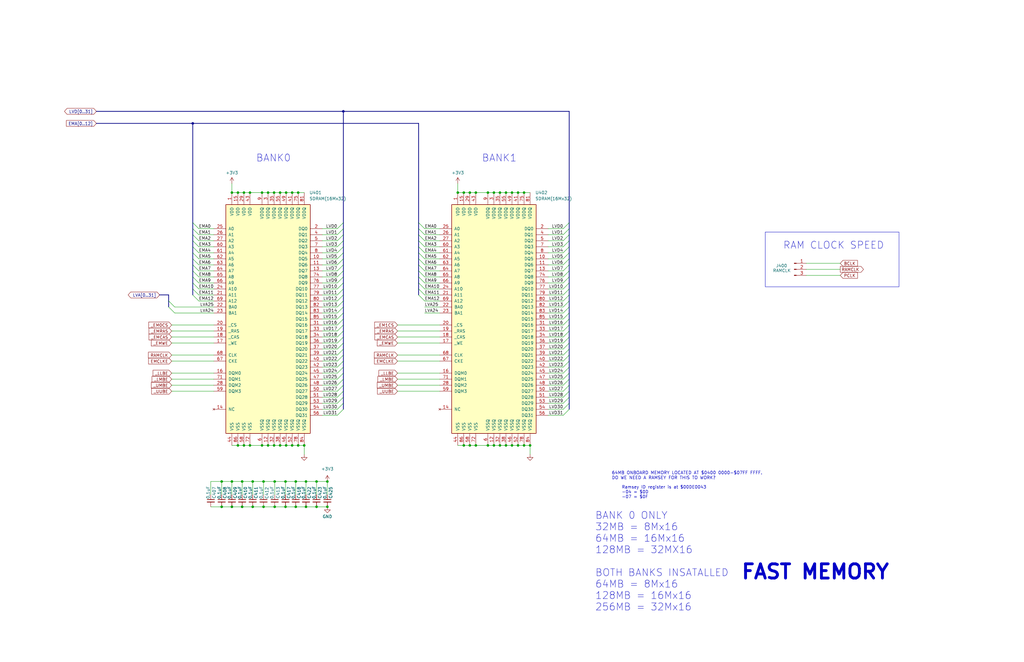
<source format=kicad_sch>
(kicad_sch (version 20231120) (generator "eeschema") (generator_version "8.0")
  (paper "B")
  (title_block (title "AmigaPCI 68040") (date "2024-05-09") (rev "1.0"))
  (lib_symbols
    (symbol "AmigaPCI-Symbols:SDRAM(16Mx32)" (pin_names (offset 1.016))
      (property "Reference" "U" (at 0 2.54 0))
      (property "Value" "SDRAM(16Mx32)" (at 0 -2.54 0))
      (symbol "SDRAM(16Mx32)_0_0"
        (pin power_in line (at -15.24 53.34 270) (length 5.08) (name "VDD") (number "1"))
      )
      (symbol "SDRAM(16Mx32)_0_1"
        (rectangle (start -17.78 48.26) (end 17.78 -48.26) (stroke (width 0.254)) (fill (type background)))
      )
      (symbol "SDRAM(16Mx32)_1_0"
        (pin power_in line (at -12.7 53.34 270) (length 5.08) (name "VDD") (number "15"))
        (pin input line (at -22.86 10.16 0) (length 5.08) (name "A11") (number "21"))
        (pin no_connect line (at -22.86 -38.1 0) (length 5.08) hide (name "NC") (number "30"))
        (pin bidirectional line (at 22.86 -33.02 180) (length 5.08) (name "DQ28") (number "51"))
        (pin power_in line (at 10.16 -53.34 90) (length 5.08) (name "VSSQ") (number "52"))
        (pin bidirectional line (at 22.86 -35.56 180) (length 5.08) (name "DQ29") (number "53"))
        (pin bidirectional line (at 22.86 -38.1 180) (length 5.08) (name "DQ30") (number "54"))
        (pin power_in line (at 5.08 53.34 270) (length 5.08) (name "VDDQ") (number "55"))
        (pin bidirectional line (at 22.86 -40.64 180) (length 5.08) (name "DQ31") (number "56"))
        (pin no_connect line (at -22.86 -38.1 0) (length 5.08) hide (name "NC") (number "57"))
        (pin power_in line (at -10.16 -53.34 90) (length 5.08) (name "VSS") (number "58"))
        (pin input line (at -22.86 -30.48 0) (length 5.08) (name "DQM3") (number "59"))
        (pin input line (at -22.86 30.48 0) (length 5.08) (name "A3") (number "60"))
        (pin input line (at -22.86 27.94 0) (length 5.08) (name "A4") (number "61"))
        (pin input line (at -22.86 25.4 0) (length 5.08) (name "A5") (number "62"))
        (pin input line (at -22.86 22.86 0) (length 5.08) (name "A6") (number "63"))
        (pin input line (at -22.86 20.32 0) (length 5.08) (name "A7") (number "64"))
        (pin input line (at -22.86 17.78 0) (length 5.08) (name "A8") (number "65"))
        (pin input line (at -22.86 15.24 0) (length 5.08) (name "A9") (number "66"))
        (pin input line (at -22.86 -17.78 0) (length 5.08) (name "CKE") (number "67"))
        (pin input line (at -22.86 -15.24 0) (length 5.08) (name "CLK") (number "68"))
        (pin input line (at -22.86 7.62 0) (length 5.08) (name "A12") (number "69"))
        (pin no_connect line (at -22.86 -38.1 0) (length 5.08) hide (name "NC") (number "69"))
        (pin no_connect line (at -22.86 -38.1 0) (length 5.08) hide (name "NC") (number "70"))
        (pin input line (at -22.86 -25.4 0) (length 5.08) (name "DQM1") (number "71"))
        (pin power_in line (at -7.62 -53.34 90) (length 5.08) (name "VSS") (number "72"))
        (pin no_connect line (at -22.86 -38.1 0) (length 5.08) hide (name "NC") (number "73"))
        (pin bidirectional line (at 22.86 17.78 180) (length 5.08) (name "DQ8") (number "74"))
        (pin power_in line (at 12.7 53.34 270) (length 5.08) (name "VDDQ") (number "75"))
        (pin bidirectional line (at 22.86 15.24 180) (length 5.08) (name "DQ9") (number "76"))
        (pin bidirectional line (at 22.86 12.7 180) (length 5.08) (name "DQ10") (number "77"))
        (pin power_in line (at 12.7 -53.34 90) (length 5.08) (name "VSSQ") (number "78"))
        (pin bidirectional line (at 22.86 10.16 180) (length 5.08) (name "DQ11") (number "79"))
        (pin bidirectional line (at 22.86 7.62 180) (length 5.08) (name "DQ12") (number "80"))
        (pin power_in line (at 15.24 53.34 270) (length 5.08) (name "VDDQ") (number "81"))
        (pin bidirectional line (at 22.86 5.08 180) (length 5.08) (name "DQ13") (number "82"))
        (pin bidirectional line (at 22.86 2.54 180) (length 5.08) (name "DQ14") (number "83"))
        (pin power_in line (at 15.24 -53.34 90) (length 5.08) (name "VSSQ") (number "84"))
        (pin bidirectional line (at 22.86 0 180) (length 5.08) (name "DQ15") (number "85"))
        (pin power_in line (at -12.7 -53.34 90) (length 5.08) (name "VSS") (number "86"))
      )
      (symbol "SDRAM(16Mx32)_1_1"
        (pin bidirectional line (at 22.86 25.4 180) (length 5.08) (name "DQ5") (number "10"))
        (pin bidirectional line (at 22.86 22.86 180) (length 5.08) (name "DQ6") (number "11"))
        (pin power_in line (at 0 -53.34 90) (length 5.08) (name "VSSQ") (number "12"))
        (pin bidirectional line (at 22.86 20.32 180) (length 5.08) (name "DQ7") (number "13"))
        (pin no_connect line (at -22.86 -38.1 0) (length 5.08) (name "NC") (number "14"))
        (pin bidirectional line (at -22.86 -22.86 0) (length 5.08) (name "DQM0") (number "16"))
        (pin input line (at -22.86 -10.16 0) (length 5.08) (name "_WE") (number "17"))
        (pin input line (at -22.86 -7.62 0) (length 5.08) (name "_CAS") (number "18"))
        (pin input line (at -22.86 -5.08 0) (length 5.08) (name "_RAS") (number "19"))
        (pin bidirectional line (at 22.86 38.1 180) (length 5.08) (name "DQ0") (number "2"))
        (pin input line (at -22.86 -2.54 0) (length 5.08) (name "_CS") (number "20"))
        (pin no_connect line (at -22.86 -38.1 0) (length 5.08) hide (name "NC") (number "21"))
        (pin input line (at -22.86 5.08 0) (length 5.08) (name "BA0") (number "22"))
        (pin input line (at -22.86 2.54 0) (length 5.08) (name "BA1") (number "23"))
        (pin input line (at -22.86 12.7 0) (length 5.08) (name "A10") (number "24"))
        (pin input line (at -22.86 38.1 0) (length 5.08) (name "A0") (number "25"))
        (pin input line (at -22.86 35.56 0) (length 5.08) (name "A1") (number "26"))
        (pin input line (at -22.86 33.02 0) (length 5.08) (name "A2") (number "27"))
        (pin input line (at -22.86 -27.94 0) (length 5.08) (name "DQM2") (number "28"))
        (pin power_in line (at -10.16 53.34 270) (length 5.08) (name "VDD") (number "29"))
        (pin power_in line (at 0 53.34 270) (length 5.08) (name "VDDQ") (number "3"))
        (pin bidirectional line (at 22.86 -2.54 180) (length 5.08) (name "DQ16") (number "31"))
        (pin power_in line (at 2.54 -53.34 90) (length 5.08) (name "VSSQ") (number "32"))
        (pin bidirectional line (at 22.86 -5.08 180) (length 5.08) (name "DQ17") (number "33"))
        (pin bidirectional line (at 22.86 -7.62 180) (length 5.08) (name "DQ18") (number "34"))
        (pin power_in line (at 2.54 53.34 270) (length 5.08) (name "VDDQ") (number "35"))
        (pin bidirectional line (at 22.86 -10.16 180) (length 5.08) (name "DQ19") (number "36"))
        (pin bidirectional line (at 22.86 -12.7 180) (length 5.08) (name "DQ20") (number "37"))
        (pin power_in line (at 5.08 -53.34 90) (length 5.08) (name "VSSQ") (number "38"))
        (pin bidirectional line (at 22.86 -15.24 180) (length 5.08) (name "DQ21") (number "39"))
        (pin bidirectional line (at 22.86 35.56 180) (length 5.08) (name "DQ1") (number "4"))
        (pin bidirectional line (at 22.86 -17.78 180) (length 5.08) (name "DQ22") (number "40"))
        (pin power_in line (at 10.16 53.34 270) (length 5.08) (name "VDDQ") (number "41"))
        (pin bidirectional line (at 22.86 -20.32 180) (length 5.08) (name "DQ23") (number "42"))
        (pin power_in line (at -7.62 53.34 270) (length 5.08) (name "VDD") (number "43"))
        (pin power_in line (at -15.24 -53.34 90) (length 5.08) (name "VSS") (number "44"))
        (pin bidirectional line (at 22.86 -22.86 180) (length 5.08) (name "DQ24") (number "45"))
        (pin power_in line (at 7.62 -53.34 90) (length 5.08) (name "VSSQ") (number "46"))
        (pin bidirectional line (at 22.86 -25.4 180) (length 5.08) (name "DQ25") (number "47"))
        (pin bidirectional line (at 22.86 -27.94 180) (length 5.08) (name "DQ26") (number "48"))
        (pin power_in line (at 7.62 53.34 270) (length 5.08) (name "VDDQ") (number "49"))
        (pin bidirectional line (at 22.86 33.02 180) (length 5.08) (name "DQ2") (number "5"))
        (pin bidirectional line (at 22.86 -30.48 180) (length 5.08) (name "DQ27") (number "50"))
        (pin power_in line (at -2.54 -53.34 90) (length 5.08) (name "VSSQ") (number "6"))
        (pin bidirectional line (at 22.86 30.48 180) (length 5.08) (name "DQ3") (number "7"))
        (pin bidirectional line (at 22.86 27.94 180) (length 5.08) (name "DQ4") (number "8"))
        (pin power_in line (at -2.54 53.34 270) (length 5.08) (name "VDDQ") (number "9"))
      )
    )
    (symbol "Connector:Conn_01x03_Pin" (pin_names (offset 1.016) hide)
      (property "Reference" "J" (at 0 5.08 0))
      (property "Value" "Conn_01x03_Pin" (at 0 -5.08 0))
      (symbol "Conn_01x03_Pin_1_1"
        (polyline (pts (xy 1.27 -2.54) (xy 0.8636 -2.54)) (stroke (width 0.1524)))
        (polyline (pts (xy 1.27 0) (xy 0.8636 0)) (stroke (width 0.1524)))
        (polyline (pts (xy 1.27 2.54) (xy 0.8636 2.54)) (stroke (width 0.1524)))
        (rectangle (start 0.8636 -2.413) (end 0 -2.667) (stroke (width 0.1524)) (fill (type outline)))
        (rectangle (start 0.8636 0.127) (end 0 -0.127) (stroke (width 0.1524)) (fill (type outline)))
        (rectangle (start 0.8636 2.667) (end 0 2.413) (stroke (width 0.1524)) (fill (type outline)))
        (pin passive line (at 5.08 2.54 180) (length 3.81) (name "Pin_1") (number "1"))
        (pin passive line (at 5.08 0 180) (length 3.81) (name "Pin_2") (number "2"))
        (pin passive line (at 5.08 -2.54 180) (length 3.81) (name "Pin_3") (number "3"))
      )
    )
    (symbol "Device:C_Small" (pin_numbers hide) (pin_names (offset 0.254) hide)
      (property "Reference" "C" (at 0.254 1.778 0))
      (property "Value" "C_Small" (at 0.254 -2.032 0))
      (symbol "C_Small_0_1"
        (polyline (pts (xy -1.524 -0.508) (xy 1.524 -0.508)) (stroke (width 0.3302)))
        (polyline (pts (xy -1.524 0.508) (xy 1.524 0.508)) (stroke (width 0.3048)))
      )
      (symbol "C_Small_1_1"
        (pin passive line (at 0 2.54 270) (length 2.032) (name "~") (number "1"))
        (pin passive line (at 0 -2.54 90) (length 2.032) (name "~") (number "2"))
      )
    )
    (symbol "power:+3V3" (power) (pin_names (offset 0))
      (property "Value" "+3V3" (at 0 3.556 0))
      (symbol "+3V3_0_1"
        (polyline (pts (xy -0.762 1.27) (xy 0 2.54)))
        (polyline (pts (xy 0 0) (xy 0 2.54)))
        (polyline (pts (xy 0 2.54) (xy 0.762 1.27)))
      )
      (symbol "+3V3_1_1"
        (pin power_in line (at 0 0 90) (length 0) hide (name "+3V3") (number "1"))
      )
    )
    (symbol "power:GND" (power) (pin_names (offset 0))
      (property "Value" "GND" (at 0 -3.81 0))
      (symbol "GND_0_1"
        (polyline (pts (xy 0 0) (xy 0 -1.27) (xy 1.27 -1.27) (xy 0 -2.54) (xy -1.27 -1.27) (xy 0 -1.27)))
      )
      (symbol "GND_1_1"
        (pin power_in line (at 0 0 270) (length 0) hide (name "GND") (number "1"))
      )
    )
  )
  (junction (at 223.52 187.96))
  (junction (at 106.553 213.868))
  (junction (at 195.58 81.28))
  (junction (at 208.28 187.96))
  (junction (at 129.032 203.2))
  (junction (at 220.98 187.96))
  (junction (at 97.79 203.2))
  (junction (at 128.27 187.96))
  (junction (at 118.11 187.96))
  (junction (at 193.04 81.28))
  (junction (at 100.33 187.96))
  (junction (at 213.36 81.28))
  (junction (at 105.41 81.28))
  (junction (at 210.82 187.96))
  (junction (at 113.03 187.96))
  (junction (at 215.9 81.28))
  (junction (at 110.49 187.96))
  (junction (at 218.44 187.96))
  (junction (at 97.79 213.868))
  (junction (at 124.714 203.2))
  (junction (at 198.12 81.28))
  (junction (at 133.477 213.868))
  (junction (at 215.9 187.96))
  (junction (at 81.28 52.07))
  (junction (at 105.41 187.96))
  (junction (at 111.125 203.2))
  (junction (at 102.108 203.2))
  (junction (at 111.125 213.868))
  (junction (at 210.82 81.28))
  (junction (at 124.714 213.868))
  (junction (at 110.49 81.28))
  (junction (at 205.74 187.96))
  (junction (at 198.12 187.96))
  (junction (at 123.19 187.96))
  (junction (at 213.36 187.96))
  (junction (at 93.472 213.868))
  (junction (at 106.553 203.2))
  (junction (at 115.824 203.2))
  (junction (at 138.049 213.868))
  (junction (at 144.78 46.99))
  (junction (at 208.28 81.28))
  (junction (at 138.049 203.2))
  (junction (at 200.66 187.96))
  (junction (at 125.73 81.28))
  (junction (at 93.472 203.2))
  (junction (at 120.65 81.28))
  (junction (at 129.032 213.868))
  (junction (at 120.396 203.2))
  (junction (at 118.11 81.28))
  (junction (at 133.477 203.2))
  (junction (at 113.03 81.28))
  (junction (at 218.44 81.28))
  (junction (at 102.108 213.868))
  (junction (at 97.79 81.28))
  (junction (at 120.396 213.868))
  (junction (at 102.87 81.28))
  (junction (at 220.98 81.28))
  (junction (at 205.74 81.28))
  (junction (at 102.87 187.96))
  (junction (at 115.57 187.96))
  (junction (at 100.33 81.28))
  (junction (at 115.824 213.868))
  (junction (at 120.65 187.96))
  (junction (at 125.73 187.96))
  (junction (at 200.66 81.28))
  (junction (at 195.58 187.96))
  (junction (at 123.19 81.28))
  (junction (at 115.57 81.28))
  (bus_entry (at 142.24 154.94) (size 2.54 -2.54))
  (bus_entry (at 142.24 144.78) (size 2.54 -2.54))
  (bus_entry (at 142.24 111.76) (size 2.54 -2.54))
  (bus_entry (at 179.07 121.92) (size -2.54 -2.54))
  (bus_entry (at 83.82 116.84) (size -2.54 -2.54))
  (bus_entry (at 83.82 111.76) (size -2.54 -2.54))
  (bus_entry (at 237.49 147.32) (size 2.54 -2.54))
  (bus_entry (at 179.07 116.84) (size -2.54 -2.54))
  (bus_entry (at 142.24 114.3) (size 2.54 -2.54))
  (bus_entry (at 83.82 114.3) (size -2.54 -2.54))
  (bus_entry (at 142.24 160.02) (size 2.54 -2.54))
  (bus_entry (at 179.07 99.06) (size -2.54 -2.54))
  (bus_entry (at 83.82 99.06) (size -2.54 -2.54))
  (bus_entry (at 237.49 114.3) (size 2.54 -2.54))
  (bus_entry (at 73.66 129.54) (size -2.54 -2.54))
  (bus_entry (at 142.24 124.46) (size 2.54 -2.54))
  (bus_entry (at 142.24 129.54) (size 2.54 -2.54))
  (bus_entry (at 83.82 106.68) (size -2.54 -2.54))
  (bus_entry (at 237.49 154.94) (size 2.54 -2.54))
  (bus_entry (at 142.24 175.26) (size 2.54 -2.54))
  (bus_entry (at 142.24 170.18) (size 2.54 -2.54))
  (bus_entry (at 179.07 96.52) (size -2.54 -2.54))
  (bus_entry (at 142.24 162.56) (size 2.54 -2.54))
  (bus_entry (at 142.24 101.6) (size 2.54 -2.54))
  (bus_entry (at 142.24 106.68) (size 2.54 -2.54))
  (bus_entry (at 179.07 111.76) (size -2.54 -2.54))
  (bus_entry (at 237.49 132.08) (size 2.54 -2.54))
  (bus_entry (at 83.82 127) (size -2.54 -2.54))
  (bus_entry (at 142.24 139.7) (size 2.54 -2.54))
  (bus_entry (at 237.49 160.02) (size 2.54 -2.54))
  (bus_entry (at 142.24 96.52) (size 2.54 -2.54))
  (bus_entry (at 179.07 127) (size -2.54 -2.54))
  (bus_entry (at 73.66 132.08) (size -2.54 -2.54))
  (bus_entry (at 83.82 119.38) (size -2.54 -2.54))
  (bus_entry (at 237.49 170.18) (size 2.54 -2.54))
  (bus_entry (at 237.49 121.92) (size 2.54 -2.54))
  (bus_entry (at 142.24 172.72) (size 2.54 -2.54))
  (bus_entry (at 83.82 124.46) (size -2.54 -2.54))
  (bus_entry (at 237.49 142.24) (size 2.54 -2.54))
  (bus_entry (at 179.07 104.14) (size -2.54 -2.54))
  (bus_entry (at 142.24 147.32) (size 2.54 -2.54))
  (bus_entry (at 142.24 137.16) (size 2.54 -2.54))
  (bus_entry (at 237.49 167.64) (size 2.54 -2.54))
  (bus_entry (at 142.24 167.64) (size 2.54 -2.54))
  (bus_entry (at 237.49 127) (size 2.54 -2.54))
  (bus_entry (at 142.24 157.48) (size 2.54 -2.54))
  (bus_entry (at 237.49 111.76) (size 2.54 -2.54))
  (bus_entry (at 237.49 104.14) (size 2.54 -2.54))
  (bus_entry (at 237.49 109.22) (size 2.54 -2.54))
  (bus_entry (at 142.24 104.14) (size 2.54 -2.54))
  (bus_entry (at 237.49 152.4) (size 2.54 -2.54))
  (bus_entry (at 237.49 144.78) (size 2.54 -2.54))
  (bus_entry (at 237.49 172.72) (size 2.54 -2.54))
  (bus_entry (at 237.49 116.84) (size 2.54 -2.54))
  (bus_entry (at 237.49 165.1) (size 2.54 -2.54))
  (bus_entry (at 179.07 119.38) (size -2.54 -2.54))
  (bus_entry (at 237.49 139.7) (size 2.54 -2.54))
  (bus_entry (at 179.07 109.22) (size -2.54 -2.54))
  (bus_entry (at 142.24 134.62) (size 2.54 -2.54))
  (bus_entry (at 237.49 119.38) (size 2.54 -2.54))
  (bus_entry (at 237.49 129.54) (size 2.54 -2.54))
  (bus_entry (at 142.24 109.22) (size 2.54 -2.54))
  (bus_entry (at 237.49 157.48) (size 2.54 -2.54))
  (bus_entry (at 142.24 127) (size 2.54 -2.54))
  (bus_entry (at 83.82 121.92) (size -2.54 -2.54))
  (bus_entry (at 83.82 101.6) (size -2.54 -2.54))
  (bus_entry (at 179.07 101.6) (size -2.54 -2.54))
  (bus_entry (at 142.24 132.08) (size 2.54 -2.54))
  (bus_entry (at 83.82 104.14) (size -2.54 -2.54))
  (bus_entry (at 142.24 116.84) (size 2.54 -2.54))
  (bus_entry (at 237.49 175.26) (size 2.54 -2.54))
  (bus_entry (at 142.24 121.92) (size 2.54 -2.54))
  (bus_entry (at 237.49 134.62) (size 2.54 -2.54))
  (bus_entry (at 179.07 114.3) (size -2.54 -2.54))
  (bus_entry (at 237.49 99.06) (size 2.54 -2.54))
  (bus_entry (at 237.49 124.46) (size 2.54 -2.54))
  (bus_entry (at 83.82 109.22) (size -2.54 -2.54))
  (bus_entry (at 142.24 119.38) (size 2.54 -2.54))
  (bus_entry (at 142.24 99.06) (size 2.54 -2.54))
  (bus_entry (at 179.07 124.46) (size -2.54 -2.54))
  (bus_entry (at 237.49 149.86) (size 2.54 -2.54))
  (bus_entry (at 142.24 142.24) (size 2.54 -2.54))
  (bus_entry (at 179.07 106.68) (size -2.54 -2.54))
  (bus_entry (at 237.49 162.56) (size 2.54 -2.54))
  (bus_entry (at 142.24 152.4) (size 2.54 -2.54))
  (bus_entry (at 142.24 165.1) (size 2.54 -2.54))
  (bus_entry (at 237.49 137.16) (size 2.54 -2.54))
  (bus_entry (at 237.49 96.52) (size 2.54 -2.54))
  (bus_entry (at 237.49 101.6) (size 2.54 -2.54))
  (bus_entry (at 142.24 149.86) (size 2.54 -2.54))
  (bus_entry (at 237.49 106.68) (size 2.54 -2.54))
  (bus_entry (at 83.82 96.52) (size -2.54 -2.54))
  (wire (pts (xy 106.553 203.2) (xy 106.553 208.788)))
  (wire (pts (xy 231.14 160.02) (xy 237.49 160.02)))
  (wire (pts (xy 138.049 203.2) (xy 138.049 208.788)))
  (wire (pts (xy 120.396 213.868) (xy 115.824 213.868)))
  (wire (pts (xy 72.39 142.24) (xy 90.17 142.24)))
  (bus (pts (xy 176.53 116.84) (xy 176.53 119.38)))
  (wire (pts (xy 115.824 203.2) (xy 120.396 203.2)))
  (wire (pts (xy 102.87 187.96) (xy 105.41 187.96)))
  (wire (pts (xy 133.477 203.2) (xy 133.477 208.788)))
  (wire (pts (xy 102.108 213.868) (xy 106.553 213.868)))
  (bus (pts (xy 240.03 144.78) (xy 240.03 147.32)))
  (wire (pts (xy 231.14 134.62) (xy 237.49 134.62)))
  (wire (pts (xy 135.89 101.6) (xy 142.24 101.6)))
  (wire (pts (xy 167.64 160.02) (xy 185.42 160.02)))
  (bus (pts (xy 81.28 106.68) (xy 81.28 109.22)))
  (wire (pts (xy 88.9 208.788) (xy 88.9 203.2)))
  (bus (pts (xy 81.28 99.06) (xy 81.28 101.6)))
  (bus (pts (xy 144.78 167.64) (xy 144.78 170.18)))
  (wire (pts (xy 135.89 116.84) (xy 142.24 116.84)))
  (bus (pts (xy 81.28 104.14) (xy 81.28 106.68)))
  (wire (pts (xy 231.14 111.76) (xy 237.49 111.76)))
  (bus (pts (xy 240.03 129.54) (xy 240.03 132.08)))
  (wire (pts (xy 72.39 157.48) (xy 90.17 157.48)))
  (bus (pts (xy 240.03 127) (xy 240.03 129.54)))
  (wire (pts (xy 231.14 106.68) (xy 237.49 106.68)))
  (bus (pts (xy 144.78 106.68) (xy 144.78 109.22)))
  (bus (pts (xy 144.78 96.52) (xy 144.78 99.06)))
  (bus (pts (xy 176.53 121.92) (xy 176.53 124.46)))
  (wire (pts (xy 90.17 96.52) (xy 83.82 96.52)))
  (bus (pts (xy 144.78 116.84) (xy 144.78 119.38)))
  (wire (pts (xy 97.79 81.28) (xy 97.79 77.47)))
  (wire (pts (xy 90.17 104.14) (xy 83.82 104.14)))
  (bus (pts (xy 144.78 129.54) (xy 144.78 132.08)))
  (wire (pts (xy 135.89 152.4) (xy 142.24 152.4)))
  (wire (pts (xy 102.108 203.2) (xy 106.553 203.2)))
  (wire (pts (xy 220.98 81.28) (xy 223.52 81.28)))
  (wire (pts (xy 120.396 203.2) (xy 124.714 203.2)))
  (bus (pts (xy 240.03 134.62) (xy 240.03 137.16)))
  (bus (pts (xy 240.03 124.46) (xy 240.03 127)))
  (bus (pts (xy 144.78 147.32) (xy 144.78 149.86)))
  (wire (pts (xy 135.89 167.64) (xy 142.24 167.64)))
  (bus (pts (xy 240.03 160.02) (xy 240.03 162.56)))
  (wire (pts (xy 90.17 124.46) (xy 83.82 124.46)))
  (wire (pts (xy 135.89 127) (xy 142.24 127)))
  (wire (pts (xy 90.17 106.68) (xy 83.82 106.68)))
  (wire (pts (xy 339.979 116.205) (xy 354.33 116.205)))
  (wire (pts (xy 135.89 139.7) (xy 142.24 139.7)))
  (wire (pts (xy 135.89 109.22) (xy 142.24 109.22)))
  (bus (pts (xy 144.78 121.92) (xy 144.78 124.46)))
  (bus (pts (xy 240.03 109.22) (xy 240.03 111.76)))
  (wire (pts (xy 231.14 114.3) (xy 237.49 114.3)))
  (wire (pts (xy 72.39 149.86) (xy 90.17 149.86)))
  (wire (pts (xy 135.89 121.92) (xy 142.24 121.92)))
  (wire (pts (xy 167.64 162.56) (xy 185.42 162.56)))
  (wire (pts (xy 113.03 187.96) (xy 115.57 187.96)))
  (wire (pts (xy 90.17 129.54) (xy 73.66 129.54)))
  (wire (pts (xy 115.57 81.28) (xy 118.11 81.28)))
  (wire (pts (xy 93.472 203.2) (xy 97.79 203.2)))
  (wire (pts (xy 88.9 203.2) (xy 93.472 203.2)))
  (wire (pts (xy 125.73 187.96) (xy 128.27 187.96)))
  (bus (pts (xy 144.78 154.94) (xy 144.78 157.48)))
  (wire (pts (xy 72.39 152.4) (xy 90.17 152.4)))
  (bus (pts (xy 240.03 111.76) (xy 240.03 114.3)))
  (bus (pts (xy 144.78 157.48) (xy 144.78 160.02)))
  (wire (pts (xy 125.73 81.28) (xy 128.27 81.28)))
  (wire (pts (xy 200.66 187.96) (xy 205.74 187.96)))
  (wire (pts (xy 120.65 187.96) (xy 123.19 187.96)))
  (wire (pts (xy 120.65 81.28) (xy 123.19 81.28)))
  (wire (pts (xy 185.42 104.14) (xy 179.07 104.14)))
  (wire (pts (xy 231.14 119.38) (xy 237.49 119.38)))
  (wire (pts (xy 231.14 96.52) (xy 237.49 96.52)))
  (wire (pts (xy 193.04 187.96) (xy 195.58 187.96)))
  (wire (pts (xy 97.79 203.2) (xy 97.79 208.788)))
  (bus (pts (xy 240.03 93.98) (xy 240.03 96.52)))
  (wire (pts (xy 198.12 81.28) (xy 200.66 81.28)))
  (bus (pts (xy 240.03 165.1) (xy 240.03 167.64)))
  (wire (pts (xy 135.89 172.72) (xy 142.24 172.72)))
  (wire (pts (xy 100.33 187.96) (xy 102.87 187.96)))
  (wire (pts (xy 195.58 81.28) (xy 198.12 81.28)))
  (wire (pts (xy 72.39 165.1) (xy 90.17 165.1)))
  (bus (pts (xy 81.28 119.38) (xy 81.28 121.92)))
  (wire (pts (xy 215.9 81.28) (xy 218.44 81.28)))
  (bus (pts (xy 144.78 46.99) (xy 240.03 46.99)))
  (wire (pts (xy 185.42 116.84) (xy 179.07 116.84)))
  (wire (pts (xy 111.125 203.2) (xy 115.824 203.2)))
  (wire (pts (xy 218.44 81.28) (xy 220.98 81.28)))
  (wire (pts (xy 135.89 170.18) (xy 142.24 170.18)))
  (wire (pts (xy 133.477 203.2) (xy 138.049 203.2)))
  (wire (pts (xy 135.89 154.94) (xy 142.24 154.94)))
  (wire (pts (xy 97.79 213.868) (xy 102.108 213.868)))
  (wire (pts (xy 110.49 187.96) (xy 113.03 187.96)))
  (bus (pts (xy 240.03 99.06) (xy 240.03 101.6)))
  (bus (pts (xy 144.78 162.56) (xy 144.78 165.1)))
  (wire (pts (xy 185.42 111.76) (xy 179.07 111.76)))
  (wire (pts (xy 72.39 144.78) (xy 90.17 144.78)))
  (wire (pts (xy 231.14 142.24) (xy 237.49 142.24)))
  (wire (pts (xy 185.42 119.38) (xy 179.07 119.38)))
  (bus (pts (xy 240.03 96.52) (xy 240.03 99.06)))
  (bus (pts (xy 81.28 101.6) (xy 81.28 104.14)))
  (wire (pts (xy 105.41 81.28) (xy 110.49 81.28)))
  (wire (pts (xy 135.89 104.14) (xy 142.24 104.14)))
  (wire (pts (xy 97.79 203.2) (xy 102.108 203.2)))
  (bus (pts (xy 144.78 165.1) (xy 144.78 167.64)))
  (bus (pts (xy 144.78 139.7) (xy 144.78 142.24)))
  (wire (pts (xy 72.39 137.16) (xy 90.17 137.16)))
  (wire (pts (xy 135.89 137.16) (xy 142.24 137.16)))
  (bus (pts (xy 144.78 160.02) (xy 144.78 162.56)))
  (wire (pts (xy 231.14 129.54) (xy 237.49 129.54)))
  (bus (pts (xy 240.03 104.14) (xy 240.03 106.68)))
  (bus (pts (xy 240.03 101.6) (xy 240.03 104.14)))
  (wire (pts (xy 118.11 187.96) (xy 120.65 187.96)))
  (wire (pts (xy 123.19 81.28) (xy 125.73 81.28)))
  (wire (pts (xy 128.27 187.96) (xy 128.27 191.77)))
  (bus (pts (xy 144.78 134.62) (xy 144.78 137.16)))
  (bus (pts (xy 176.53 101.6) (xy 176.53 104.14)))
  (bus (pts (xy 144.78 93.98) (xy 144.78 96.52)))
  (wire (pts (xy 185.42 132.08) (xy 179.07 132.08)))
  (wire (pts (xy 185.42 121.92) (xy 179.07 121.92)))
  (wire (pts (xy 90.17 116.84) (xy 83.82 116.84)))
  (wire (pts (xy 90.17 114.3) (xy 83.82 114.3)))
  (wire (pts (xy 167.64 149.86) (xy 185.42 149.86)))
  (wire (pts (xy 213.36 81.28) (xy 215.9 81.28)))
  (wire (pts (xy 124.714 203.2) (xy 124.714 208.788)))
  (wire (pts (xy 118.11 81.28) (xy 120.65 81.28)))
  (bus (pts (xy 40.64 46.99) (xy 144.78 46.99)))
  (bus (pts (xy 240.03 142.24) (xy 240.03 144.78)))
  (bus (pts (xy 81.28 116.84) (xy 81.28 119.38)))
  (wire (pts (xy 102.108 203.2) (xy 102.108 208.788)))
  (wire (pts (xy 231.14 147.32) (xy 237.49 147.32)))
  (wire (pts (xy 185.42 99.06) (xy 179.07 99.06)))
  (bus (pts (xy 240.03 46.99) (xy 240.03 93.98)))
  (bus (pts (xy 240.03 167.64) (xy 240.03 170.18)))
  (wire (pts (xy 90.17 111.76) (xy 83.82 111.76)))
  (wire (pts (xy 106.553 213.868) (xy 111.125 213.868)))
  (bus (pts (xy 144.78 144.78) (xy 144.78 147.32)))
  (wire (pts (xy 193.04 81.28) (xy 195.58 81.28)))
  (wire (pts (xy 231.14 101.6) (xy 237.49 101.6)))
  (wire (pts (xy 339.979 113.665) (xy 354.33 113.665)))
  (wire (pts (xy 231.14 104.14) (xy 237.49 104.14)))
  (wire (pts (xy 231.14 127) (xy 237.49 127)))
  (wire (pts (xy 231.14 170.18) (xy 237.49 170.18)))
  (wire (pts (xy 231.14 116.84) (xy 237.49 116.84)))
  (wire (pts (xy 167.64 152.4) (xy 185.42 152.4)))
  (wire (pts (xy 90.17 132.08) (xy 73.66 132.08)))
  (wire (pts (xy 93.472 213.868) (xy 97.79 213.868)))
  (bus (pts (xy 176.53 119.38) (xy 176.53 121.92)))
  (wire (pts (xy 208.28 187.96) (xy 210.82 187.96)))
  (wire (pts (xy 90.17 99.06) (xy 83.82 99.06)))
  (wire (pts (xy 129.032 203.2) (xy 133.477 203.2)))
  (wire (pts (xy 93.472 203.2) (xy 93.472 208.788)))
  (wire (pts (xy 135.89 134.62) (xy 142.24 134.62)))
  (wire (pts (xy 167.64 157.48) (xy 185.42 157.48)))
  (bus (pts (xy 67.31 124.46) (xy 71.12 124.46)))
  (wire (pts (xy 124.714 203.2) (xy 129.032 203.2)))
  (bus (pts (xy 240.03 162.56) (xy 240.03 165.1)))
  (bus (pts (xy 144.78 132.08) (xy 144.78 134.62)))
  (wire (pts (xy 129.032 203.2) (xy 129.032 208.788)))
  (bus (pts (xy 81.28 114.3) (xy 81.28 116.84)))
  (wire (pts (xy 135.89 162.56) (xy 142.24 162.56)))
  (wire (pts (xy 231.14 162.56) (xy 237.49 162.56)))
  (bus (pts (xy 144.78 99.06) (xy 144.78 101.6)))
  (wire (pts (xy 113.03 81.28) (xy 115.57 81.28)))
  (wire (pts (xy 123.19 187.96) (xy 125.73 187.96)))
  (wire (pts (xy 210.82 187.96) (xy 213.36 187.96)))
  (wire (pts (xy 185.42 129.54) (xy 179.07 129.54)))
  (bus (pts (xy 144.78 170.18) (xy 144.78 172.72)))
  (wire (pts (xy 129.032 213.868) (xy 133.477 213.868)))
  (wire (pts (xy 133.477 213.868) (xy 138.049 213.868)))
  (wire (pts (xy 110.49 81.28) (xy 113.03 81.28)))
  (wire (pts (xy 231.14 165.1) (xy 237.49 165.1)))
  (wire (pts (xy 135.89 132.08) (xy 142.24 132.08)))
  (wire (pts (xy 231.14 149.86) (xy 237.49 149.86)))
  (wire (pts (xy 231.14 172.72) (xy 237.49 172.72)))
  (wire (pts (xy 72.39 160.02) (xy 90.17 160.02)))
  (wire (pts (xy 167.64 142.24) (xy 185.42 142.24)))
  (wire (pts (xy 167.64 137.16) (xy 185.42 137.16)))
  (wire (pts (xy 231.14 152.4) (xy 237.49 152.4)))
  (wire (pts (xy 208.28 81.28) (xy 210.82 81.28)))
  (bus (pts (xy 144.78 104.14) (xy 144.78 106.68)))
  (bus (pts (xy 81.28 52.07) (xy 176.53 52.07)))
  (wire (pts (xy 111.125 213.868) (xy 115.824 213.868)))
  (wire (pts (xy 120.396 203.2) (xy 120.396 208.788)))
  (wire (pts (xy 135.89 157.48) (xy 142.24 157.48)))
  (wire (pts (xy 185.42 124.46) (xy 179.07 124.46)))
  (bus (pts (xy 240.03 170.18) (xy 240.03 172.72)))
  (wire (pts (xy 135.89 129.54) (xy 142.24 129.54)))
  (wire (pts (xy 97.79 81.28) (xy 100.33 81.28)))
  (wire (pts (xy 231.14 157.48) (xy 237.49 157.48)))
  (wire (pts (xy 205.74 187.96) (xy 208.28 187.96)))
  (bus (pts (xy 144.78 127) (xy 144.78 129.54)))
  (bus (pts (xy 40.64 52.07) (xy 81.28 52.07)))
  (wire (pts (xy 135.89 106.68) (xy 142.24 106.68)))
  (wire (pts (xy 185.42 96.52) (xy 179.07 96.52)))
  (bus (pts (xy 240.03 106.68) (xy 240.03 109.22)))
  (bus (pts (xy 176.53 93.98) (xy 176.53 96.52)))
  (wire (pts (xy 167.64 144.78) (xy 185.42 144.78)))
  (bus (pts (xy 81.28 109.22) (xy 81.28 111.76)))
  (wire (pts (xy 167.64 139.7) (xy 185.42 139.7)))
  (bus (pts (xy 81.28 111.76) (xy 81.28 114.3)))
  (wire (pts (xy 231.14 167.64) (xy 237.49 167.64)))
  (wire (pts (xy 72.39 139.7) (xy 90.17 139.7)))
  (bus (pts (xy 144.78 137.16) (xy 144.78 139.7)))
  (wire (pts (xy 90.17 119.38) (xy 83.82 119.38)))
  (wire (pts (xy 135.89 96.52) (xy 142.24 96.52)))
  (wire (pts (xy 100.33 81.28) (xy 102.87 81.28)))
  (bus (pts (xy 176.53 99.06) (xy 176.53 101.6)))
  (bus (pts (xy 81.28 52.07) (xy 81.28 93.98)))
  (wire (pts (xy 120.396 213.868) (xy 124.714 213.868)))
  (bus (pts (xy 176.53 106.68) (xy 176.53 109.22)))
  (wire (pts (xy 231.14 121.92) (xy 237.49 121.92)))
  (bus (pts (xy 144.78 149.86) (xy 144.78 152.4)))
  (wire (pts (xy 185.42 109.22) (xy 179.07 109.22)))
  (wire (pts (xy 90.17 127) (xy 83.82 127)))
  (wire (pts (xy 231.14 99.06) (xy 237.49 99.06)))
  (bus (pts (xy 240.03 121.92) (xy 240.03 124.46)))
  (bus (pts (xy 240.03 114.3) (xy 240.03 116.84)))
  (wire (pts (xy 105.41 187.96) (xy 110.49 187.96)))
  (wire (pts (xy 135.89 175.26) (xy 142.24 175.26)))
  (wire (pts (xy 135.89 144.78) (xy 142.24 144.78)))
  (wire (pts (xy 223.52 187.96) (xy 223.52 191.77)))
  (wire (pts (xy 231.14 109.22) (xy 237.49 109.22)))
  (wire (pts (xy 135.89 160.02) (xy 142.24 160.02)))
  (wire (pts (xy 231.14 139.7) (xy 237.49 139.7)))
  (wire (pts (xy 135.89 147.32) (xy 142.24 147.32)))
  (wire (pts (xy 220.98 187.96) (xy 223.52 187.96)))
  (bus (pts (xy 144.78 142.24) (xy 144.78 144.78)))
  (wire (pts (xy 195.58 187.96) (xy 198.12 187.96)))
  (wire (pts (xy 90.17 101.6) (xy 83.82 101.6)))
  (wire (pts (xy 185.42 106.68) (xy 179.07 106.68)))
  (wire (pts (xy 135.89 142.24) (xy 142.24 142.24)))
  (wire (pts (xy 102.87 81.28) (xy 105.41 81.28)))
  (wire (pts (xy 231.14 137.16) (xy 237.49 137.16)))
  (bus (pts (xy 240.03 157.48) (xy 240.03 160.02)))
  (bus (pts (xy 240.03 119.38) (xy 240.03 121.92)))
  (bus (pts (xy 240.03 132.08) (xy 240.03 134.62)))
  (wire (pts (xy 231.14 144.78) (xy 237.49 144.78)))
  (wire (pts (xy 135.89 149.86) (xy 142.24 149.86)))
  (bus (pts (xy 240.03 137.16) (xy 240.03 139.7)))
  (wire (pts (xy 215.9 187.96) (xy 218.44 187.96)))
  (wire (pts (xy 124.714 213.868) (xy 129.032 213.868)))
  (bus (pts (xy 144.78 46.99) (xy 144.78 93.98)))
  (wire (pts (xy 115.57 187.96) (xy 118.11 187.96)))
  (bus (pts (xy 176.53 114.3) (xy 176.53 116.84)))
  (bus (pts (xy 240.03 139.7) (xy 240.03 142.24)))
  (wire (pts (xy 90.17 109.22) (xy 83.82 109.22)))
  (wire (pts (xy 200.66 81.28) (xy 205.74 81.28)))
  (wire (pts (xy 213.36 187.96) (xy 215.9 187.96)))
  (wire (pts (xy 198.12 187.96) (xy 200.66 187.96)))
  (wire (pts (xy 135.89 124.46) (xy 142.24 124.46)))
  (wire (pts (xy 205.74 81.28) (xy 208.28 81.28)))
  (wire (pts (xy 135.89 114.3) (xy 142.24 114.3)))
  (bus (pts (xy 144.78 152.4) (xy 144.78 154.94)))
  (wire (pts (xy 210.82 81.28) (xy 213.36 81.28)))
  (wire (pts (xy 111.125 203.2) (xy 111.125 208.788)))
  (bus (pts (xy 144.78 124.46) (xy 144.78 127)))
  (bus (pts (xy 240.03 116.84) (xy 240.03 119.38)))
  (wire (pts (xy 185.42 114.3) (xy 179.07 114.3)))
  (bus (pts (xy 144.78 119.38) (xy 144.78 121.92)))
  (wire (pts (xy 193.04 81.28) (xy 193.04 77.47)))
  (bus (pts (xy 81.28 93.98) (xy 81.28 96.52)))
  (bus (pts (xy 144.78 101.6) (xy 144.78 104.14)))
  (wire (pts (xy 106.553 203.2) (xy 111.125 203.2)))
  (bus (pts (xy 176.53 104.14) (xy 176.53 106.68)))
  (bus (pts (xy 240.03 147.32) (xy 240.03 149.86)))
  (wire (pts (xy 218.44 187.96) (xy 220.98 187.96)))
  (wire (pts (xy 135.89 111.76) (xy 142.24 111.76)))
  (wire (pts (xy 97.79 187.96) (xy 100.33 187.96)))
  (wire (pts (xy 231.14 132.08) (xy 237.49 132.08)))
  (bus (pts (xy 71.12 129.54) (xy 71.12 127)))
  (wire (pts (xy 135.89 99.06) (xy 142.24 99.06)))
  (wire (pts (xy 115.824 208.788) (xy 115.824 203.2)))
  (wire (pts (xy 135.89 119.38) (xy 142.24 119.38)))
  (bus (pts (xy 144.78 114.3) (xy 144.78 116.84)))
  (wire (pts (xy 93.472 213.868) (xy 88.9 213.868)))
  (wire (pts (xy 185.42 127) (xy 179.07 127)))
  (bus (pts (xy 81.28 121.92) (xy 81.28 124.46)))
  (bus (pts (xy 240.03 149.86) (xy 240.03 152.4)))
  (bus (pts (xy 71.12 127) (xy 71.12 124.46)))
  (bus (pts (xy 81.28 96.52) (xy 81.28 99.06)))
  (bus (pts (xy 176.53 52.07) (xy 176.53 93.98)))
  (bus (pts (xy 176.53 111.76) (xy 176.53 114.3)))
  (wire (pts (xy 135.89 165.1) (xy 142.24 165.1)))
  (bus (pts (xy 144.78 111.76) (xy 144.78 114.3)))
  (wire (pts (xy 231.14 154.94) (xy 237.49 154.94)))
  (bus (pts (xy 176.53 96.52) (xy 176.53 99.06)))
  (wire (pts (xy 167.64 165.1) (xy 185.42 165.1)))
  (wire (pts (xy 231.14 175.26) (xy 237.49 175.26)))
  (wire (pts (xy 185.42 101.6) (xy 179.07 101.6)))
  (wire (pts (xy 90.17 121.92) (xy 83.82 121.92)))
  (bus (pts (xy 144.78 109.22) (xy 144.78 111.76)))
  (bus (pts (xy 240.03 154.94) (xy 240.03 157.48)))
  (bus (pts (xy 240.03 152.4) (xy 240.03 154.94)))
  (wire (pts (xy 339.979 111.125) (xy 354.33 111.125)))
  (wire (pts (xy 72.39 162.56) (xy 90.17 162.56)))
  (bus (pts (xy 176.53 109.22) (xy 176.53 111.76)))
  (wire (pts (xy 231.14 124.46) (xy 237.49 124.46)))
  (rectangle (start 322.707 97.917) (end 379.095 121.031))
  (text "BANK 0 ONLY\n32MB = 8Mx16\n64MB = 16Mx16\n128MB = 32MX16\n\nBOTH BANKS INSATALLED\n64MB = 8Mx16\n128MB = 16Mx16\n256MB = 32Mx16" (at 250.952 258.064 0) (effects (font (size 3 3)) (justify left bottom)))
  (text "RAM CLOCK SPEED" (at 330.2 105.41 0) (effects (font (size 3 3)) (justify left bottom)))
  (text "FAST MEMORY" (at 312.166 244.983 0) (effects (font (size 6 6) (thickness 1.2) (bold yes)) (justify left bottom)))
  (text "64MB ONBOARD MEMORY LOCATED AT $0400 0000-$07FF FFFF.\nDO WE NEED A RAMSEY FOR THIS TO WORK?" (at 257.937 202.565 0) (effects (font (size 1.3 1.3)) (justify left bottom)))
  (text "BANK0" (at 107.95 68.58 0) (effects (font (size 2.9972 2.9972)) (justify left bottom)))
  (text "Ramsey ID register is at $00DE0043\n-04 = $0D\n-07 = $0F" (at 262.128 210.566 0) (effects (font (size 1.27 1.27)) (justify left bottom)))
  (text "BANK1" (at 203.2 68.58 0) (effects (font (size 2.9972 2.9972)) (justify left bottom)))
  (label "LVD19" (at 142.24 144.78 180))
  (label "EMA6" (at 83.82 111.76 0))
  (label "LVA24" (at 90.17 132.08 180))
  (label "LVD18" (at 237.49 142.24 180))
  (label "EMA7" (at 83.82 114.3 0))
  (label "LVA25" (at 90.17 129.54 180))
  (label "EMA11" (at 179.07 124.46 0))
  (label "LVD9" (at 237.49 119.38 180))
  (label "LVD9" (at 142.24 119.38 180))
  (label "LVD26" (at 237.49 162.56 180))
  (label "LVD5" (at 142.24 109.22 180))
  (label "LVD25" (at 142.24 160.02 180))
  (label "LVD0" (at 237.49 96.52 180))
  (label "LVD6" (at 142.24 111.76 180))
  (label "LVA25" (at 179.07 129.54 0))
  (label "EMA12" (at 179.07 127 0))
  (label "LVD15" (at 237.49 134.62 180))
  (label "LVD4" (at 142.24 106.68 180))
  (label "EMA0" (at 83.82 96.52 0))
  (label "LVD10" (at 237.49 121.92 180))
  (label "LVD16" (at 142.24 137.16 180))
  (label "LVD2" (at 237.49 101.6 180))
  (label "EMA4" (at 83.82 106.68 0))
  (label "EMA8" (at 83.82 116.84 0))
  (label "LVD4" (at 237.49 106.68 180))
  (label "LVD5" (at 237.49 109.22 180))
  (label "LVD1" (at 142.24 99.06 180))
  (label "LVD11" (at 237.49 124.46 180))
  (label "LVD30" (at 142.24 172.72 180))
  (label "LVD30" (at 237.49 172.72 180))
  (label "EMA10" (at 83.82 121.92 0))
  (label "LVD14" (at 237.49 132.08 180))
  (label "LVD2" (at 142.24 101.6 180))
  (label "LVD23" (at 142.24 154.94 180))
  (label "LVD26" (at 142.24 162.56 180))
  (label "LVD20" (at 142.24 147.32 180))
  (label "LVD28" (at 142.24 167.64 180))
  (label "LVD18" (at 142.24 142.24 180))
  (label "EMA8" (at 179.07 116.84 0))
  (label "LVD27" (at 142.24 165.1 180))
  (label "EMA1" (at 179.07 99.06 0))
  (label "LVD14" (at 142.24 132.08 180))
  (label "LVD13" (at 142.24 129.54 180))
  (label "LVD22" (at 237.49 152.4 180))
  (label "LVD7" (at 142.24 114.3 180))
  (label "LVD16" (at 237.49 137.16 180))
  (label "EMA2" (at 83.82 101.6 0))
  (label "LVD17" (at 142.24 139.7 180))
  (label "LVD29" (at 237.49 170.18 180))
  (label "LVD27" (at 237.49 165.1 180))
  (label "LVD1" (at 237.49 99.06 180))
  (label "LVD8" (at 142.24 116.84 180))
  (label "LVD29" (at 142.24 170.18 180))
  (label "EMA2" (at 179.07 101.6 0))
  (label "LVD24" (at 142.24 157.48 180))
  (label "LVD28" (at 237.49 167.64 180))
  (label "LVA24" (at 179.07 132.08 0))
  (label "EMA1" (at 83.82 99.06 0))
  (label "LVD12" (at 142.24 127 180))
  (label "EMA9" (at 83.82 119.38 0))
  (label "EMA5" (at 179.07 109.22 0))
  (label "EMA4" (at 179.07 106.68 0))
  (label "EMA6" (at 179.07 111.76 0))
  (label "EMA3" (at 179.07 104.14 0))
  (label "LVD10" (at 142.24 121.92 180))
  (label "LVD15" (at 142.24 134.62 180))
  (label "EMA12" (at 83.82 127 0))
  (label "LVD20" (at 237.49 147.32 180))
  (label "LVD31" (at 237.49 175.26 180))
  (label "LVD31" (at 142.24 175.26 180))
  (label "LVD21" (at 142.24 149.86 180))
  (label "EMA9" (at 179.07 119.38 0))
  (label "LVD21" (at 237.49 149.86 180))
  (label "LVD22" (at 142.24 152.4 180))
  (label "LVD25" (at 237.49 160.02 180))
  (label "EMA5" (at 83.82 109.22 0))
  (label "LVD7" (at 237.49 114.3 180))
  (label "LVD24" (at 237.49 157.48 180))
  (label "EMA10" (at 179.07 121.92 0))
  (label "EMA0" (at 179.07 96.52 0))
  (label "LVD13" (at 237.49 129.54 180))
  (label "LVD11" (at 142.24 124.46 180))
  (label "LVD19" (at 237.49 144.78 180))
  (label "LVD8" (at 237.49 116.84 180))
  (label "LVD0" (at 142.24 96.52 180))
  (label "LVD12" (at 237.49 127 180))
  (label "LVD23" (at 237.49 154.94 180))
  (label "EMA3" (at 83.82 104.14 0))
  (label "LVD17" (at 237.49 139.7 180))
  (label "EMA7" (at 179.07 114.3 0))
  (label "LVD6" (at 237.49 111.76 180))
  (label "LVD3" (at 142.24 104.14 180))
  (label "LVD3" (at 237.49 104.14 180))
  (label "EMA11" (at 83.82 124.46 0))
  (global_label "_LLBE" (shape input) (at 167.64 157.48 180) (property "Intersheetrefs" "${INTERSHEET_REFS}" (at 159.2914 157.48 0) (effects (justify right))))
  (global_label "_EMWE" (shape input) (at 167.64 144.78 180) (property "Intersheetrefs" "${INTERSHEET_REFS}" (at 159.1472 144.7006 0) (effects (justify right))))
  (global_label "_LLBE" (shape input) (at 72.39 157.48 180) (property "Intersheetrefs" "${INTERSHEET_REFS}" (at 64.0414 157.48 0) (effects (justify right))))
  (global_label "RAMCLK" (shape output) (at 354.33 113.665 0) (property "Intersheetrefs" "${INTERSHEET_REFS}" (at 364.6933 113.665 0) (effects (justify left))))
  (global_label "_LMBE" (shape input) (at 167.64 160.02 180) (property "Intersheetrefs" "${INTERSHEET_REFS}" (at 158.8681 160.02 0) (effects (justify right))))
  (global_label "_UMBE" (shape input) (at 72.39 162.56 180) (property "Intersheetrefs" "${INTERSHEET_REFS}" (at 63.3157 162.56 0) (effects (justify right))))
  (global_label "_LMBE" (shape input) (at 72.39 160.02 180) (property "Intersheetrefs" "${INTERSHEET_REFS}" (at 63.6181 160.02 0) (effects (justify right))))
  (global_label "EMA[0..12]" (shape input) (at 40.64 52.07 180) (property "Intersheetrefs" "${INTERSHEET_REFS}" (at 27.5137 52.07 0) (effects (justify right))))
  (global_label "PCLK" (shape input) (at 354.33 116.205 0) (property "Intersheetrefs" "${INTERSHEET_REFS}" (at 362.1533 116.205 0) (effects (justify left))))
  (global_label "_EM1CS" (shape input) (at 167.64 137.16 180) (property "Intersheetrefs" "${INTERSHEET_REFS}" (at 157.3978 137.16 0) (effects (justify right))))
  (global_label "EMCLKE" (shape input) (at 167.64 152.4 180) (property "Intersheetrefs" "${INTERSHEET_REFS}" (at 157.9982 152.3206 0) (effects (justify right))))
  (global_label "_UMBE" (shape input) (at 167.64 162.56 180) (property "Intersheetrefs" "${INTERSHEET_REFS}" (at 158.5657 162.56 0) (effects (justify right))))
  (global_label "_EMRAS" (shape input) (at 72.39 139.7 180) (property "Intersheetrefs" "${INTERSHEET_REFS}" (at 62.9296 139.6206 0) (effects (justify right))))
  (global_label "_EMWE" (shape input) (at 72.39 144.78 180) (property "Intersheetrefs" "${INTERSHEET_REFS}" (at 63.8972 144.7006 0) (effects (justify right))))
  (global_label "RAMCLK" (shape input) (at 72.39 149.86 180) (property "Intersheetrefs" "${INTERSHEET_REFS}" (at 63.5 149.733 0) (effects (justify right))))
  (global_label "_UUBE" (shape input) (at 167.64 165.1 180) (property "Intersheetrefs" "${INTERSHEET_REFS}" (at 158.6866 165.1 0) (effects (justify right))))
  (global_label "LVD[0..31]" (shape bidirectional) (at 40.64 46.99 180) (property "Intersheetrefs" "${INTERSHEET_REFS}" (at 26.221 46.99 0) (effects (justify right))))
  (global_label "EMCLKE" (shape input) (at 72.39 152.4 180) (property "Intersheetrefs" "${INTERSHEET_REFS}" (at 62.7482 152.3206 0) (effects (justify right))))
  (global_label "BCLK" (shape input) (at 354.33 111.125 0) (property "Intersheetrefs" "${INTERSHEET_REFS}" (at 362.1533 111.125 0) (effects (justify left))))
  (global_label "_EMCAS" (shape input) (at 167.64 142.24 180) (property "Intersheetrefs" "${INTERSHEET_REFS}" (at 158.1796 142.1606 0) (effects (justify right))))
  (global_label "_EM0CS" (shape input) (at 72.39 137.16 180) (property "Intersheetrefs" "${INTERSHEET_REFS}" (at 62.2272 137.16 0) (effects (justify right))))
  (global_label "_EMCAS" (shape input) (at 72.39 142.24 180) (property "Intersheetrefs" "${INTERSHEET_REFS}" (at 62.9296 142.1606 0) (effects (justify right))))
  (global_label "_EMRAS" (shape input) (at 167.64 139.7 180) (property "Intersheetrefs" "${INTERSHEET_REFS}" (at 158.1796 139.6206 0) (effects (justify right))))
  (global_label "RAMCLK" (shape input) (at 167.64 149.86 180) (property "Intersheetrefs" "${INTERSHEET_REFS}" (at 158.75 149.733 0) (effects (justify right))))
  (global_label "_UUBE" (shape input) (at 72.39 165.1 180) (property "Intersheetrefs" "${INTERSHEET_REFS}" (at 63.4366 165.1 0) (effects (justify right))))
  (global_label "LVA[0..31]" (shape bidirectional) (at 67.31 124.46 180) (property "Intersheetrefs" "${INTERSHEET_REFS}" (at 53.848 124.46 0) (effects (justify right))))
  (symbol (lib_id "Device:C_Small") (at 120.396 211.328 0) (unit 1)
    (property "Reference" "C417" (at 121.793 210.439 90) (effects (justify left)))
    (property "Value" "0.1uF" (at 119.38 210.566 90) (effects (justify left)))
    (property "Footprint" "Capacitor_SMD:C_0603_1608Metric" (effects (hide yes)))
  )
  (symbol (lib_id "Device:C_Small") (at 97.79 211.328 0) (unit 1)
    (property "Reference" "C409" (at 99.187 210.439 90) (effects (justify left)))
    (property "Value" "0.1uF" (at 96.774 210.566 90) (effects (justify left)))
    (property "Footprint" "Capacitor_SMD:C_0603_1608Metric" (effects (hide yes)))
  )
  (symbol (lib_id "Device:C_Small") (at 115.824 211.328 0) (unit 1)
    (property "Reference" "C413" (at 117.221 210.439 90) (effects (justify left)))
    (property "Value" "0.1uF" (at 114.681 210.566 90) (effects (justify left)))
    (property "Footprint" "Capacitor_SMD:C_0603_1608Metric" (effects (hide yes)))
  )
  (symbol (lib_id "power:GND") (at 138.049 213.868 0) (unit 1)
    (property "Reference" "#PWR036" (effects (hide yes)))
    (property "Value" "GND" (at 138.049 218.0035 0))
  )
  (symbol (lib_id "power:+3V3") (at 138.049 203.2 0) (unit 1)
    (property "Reference" "#PWR035" (effects (hide yes)))
    (property "Value" "+3V3" (at 138.049 197.866 0))
  )
  (symbol (lib_id "Device:C_Small") (at 93.472 211.328 0) (unit 1)
    (property "Reference" "C408" (at 94.869 210.439 90) (effects (justify left)))
    (property "Value" "0.1uF" (at 92.456 210.566 90) (effects (justify left)))
    (property "Footprint" "Capacitor_SMD:C_0603_1608Metric" (effects (hide yes)))
  )
  (symbol (lib_id "Device:C_Small") (at 102.108 211.328 0) (unit 1)
    (property "Reference" "C410" (at 103.505 210.439 90) (effects (justify left)))
    (property "Value" "0.1uF" (at 101.092 210.566 90) (effects (justify left)))
    (property "Footprint" "Capacitor_SMD:C_0603_1608Metric" (effects (hide yes)))
  )
  (symbol (lib_id "AmigaPCI-Symbols:SDRAM(16Mx32)") (at 113.03 134.62 0) (unit 1)
    (property "Reference" "U401" (at 130.4641 81.28 0) (effects (justify left)))
    (property "Value" "SDRAM(16Mx32)" (at 130.4641 83.82 0) (effects (justify left)))
    (property "Footprint" "AmigaPCI:TSOP-II-86" (effects (hide yes)))
    (property "Datasheet" "https://www.issi.com/WW/pdf/42-45R-S-32160F.pdf" (effects (hide yes)))
    (property "Description" "16M x 32 bit Synchronous DRAM (SDRAM), TSOP II 86pin" (effects (hide yes)))
  )
  (symbol (lib_id "power:+3V3") (at 97.79 77.47 0) (unit 1)
    (property "Reference" "#PWR029" (effects (hide yes)))
    (property "Value" "+3V3" (at 97.79 72.898 0))
  )
  (symbol (lib_id "power:+3V3") (at 193.04 77.47 0) (unit 1)
    (property "Reference" "#PWR031" (effects (hide yes)))
    (property "Value" "+3V3" (at 193.04 72.898 0))
  )
  (symbol (lib_id "power:GND") (at 223.52 191.77 0) (unit 1)
    (property "Reference" "#PWR032" (effects (hide yes)))
    (property "Value" "GND" (effects (hide yes)))
  )
  (symbol (lib_id "Device:C_Small") (at 124.714 211.328 0) (unit 1)
    (property "Reference" "C418" (at 126.111 210.439 90) (effects (justify left)))
    (property "Value" "0.1uF" (at 123.698 210.566 90) (effects (justify left)))
    (property "Footprint" "Capacitor_SMD:C_0603_1608Metric" (effects (hide yes)))
  )
  (symbol (lib_id "Device:C_Small") (at 106.553 211.328 0) (unit 1)
    (property "Reference" "C411" (at 107.95 210.439 90) (effects (justify left)))
    (property "Value" "0.1uF" (at 105.537 210.566 90) (effects (justify left)))
    (property "Footprint" "Capacitor_SMD:C_0603_1608Metric" (effects (hide yes)))
  )
  (symbol (lib_id "power:GND") (at 128.27 191.77 0) (unit 1)
    (property "Reference" "#PWR030" (effects (hide yes)))
    (property "Value" "GND" (effects (hide yes)))
  )
  (symbol (lib_id "Device:C_Small") (at 138.049 211.328 0) (unit 1)
    (property "Reference" "C425" (at 139.446 210.439 90) (effects (justify left)))
    (property "Value" "0.1uF" (at 137.033 210.566 90) (effects (justify left)))
    (property "Footprint" "Capacitor_SMD:C_0603_1608Metric" (effects (hide yes)))
  )
  (symbol (lib_id "Device:C_Small") (at 88.9 211.328 0) (unit 1)
    (property "Reference" "C407" (at 90.297 210.439 90) (effects (justify left)))
    (property "Value" "0.1uF" (at 87.757 210.566 90) (effects (justify left)))
    (property "Footprint" "Capacitor_SMD:C_0603_1608Metric" (effects (hide yes)))
  )
  (symbol (lib_id "Device:C_Small") (at 129.032 211.328 0) (unit 1)
    (property "Reference" "C422" (at 130.429 210.439 90) (effects (justify left)))
    (property "Value" "0.1uF" (at 128.016 210.566 90) (effects (justify left)))
    (property "Footprint" "Capacitor_SMD:C_0603_1608Metric" (effects (hide yes)))
  )
  (symbol (lib_id "Connector:Conn_01x03_Pin") (at 334.899 113.665 0) (unit 1)
    (property "Reference" "J400" (at 329.565 112.141 0))
    (property "Value" "RAMCLK" (at 329.692 114.173 0))
    (property "Footprint" "Connector_PinHeader_2.54mm:PinHeader_1x03_P2.54mm_Vertical" (effects (hide yes)))
  )
  (symbol (lib_id "Device:C_Small") (at 133.477 211.328 0) (unit 1)
    (property "Reference" "C423" (at 134.874 210.439 90) (effects (justify left)))
    (property "Value" "0.1uF" (at 132.461 210.566 90) (effects (justify left)))
    (property "Footprint" "Capacitor_SMD:C_0603_1608Metric" (effects (hide yes)))
  )
  (symbol (lib_id "AmigaPCI-Symbols:SDRAM(16Mx32)") (at 208.28 134.62 0) (unit 1)
    (property "Reference" "U402" (at 225.7141 81.28 0) (effects (justify left)))
    (property "Value" "SDRAM(16Mx32)" (at 225.7141 83.82 0) (effects (justify left)))
    (property "Footprint" "AmigaPCI:TSOP-II-86" (effects (hide yes)))
    (property "Datasheet" "https://www.issi.com/WW/pdf/42-45R-S-32160F.pdf" (effects (hide yes)))
    (property "Description" "16M x 32 bit Synchronous DRAM (SDRAM), TSOP II 86pin" (effects (hide yes)))
  )
  (symbol (lib_id "Device:C_Small") (at 111.125 211.328 0) (unit 1)
    (property "Reference" "C412" (at 112.522 210.566 90) (effects (justify left)))
    (property "Value" "0.1uF" (at 110.109 210.566 90) (effects (justify left)))
    (property "Footprint" "Capacitor_SMD:C_0603_1608Metric" (effects (hide yes)))
  )
)
</source>
